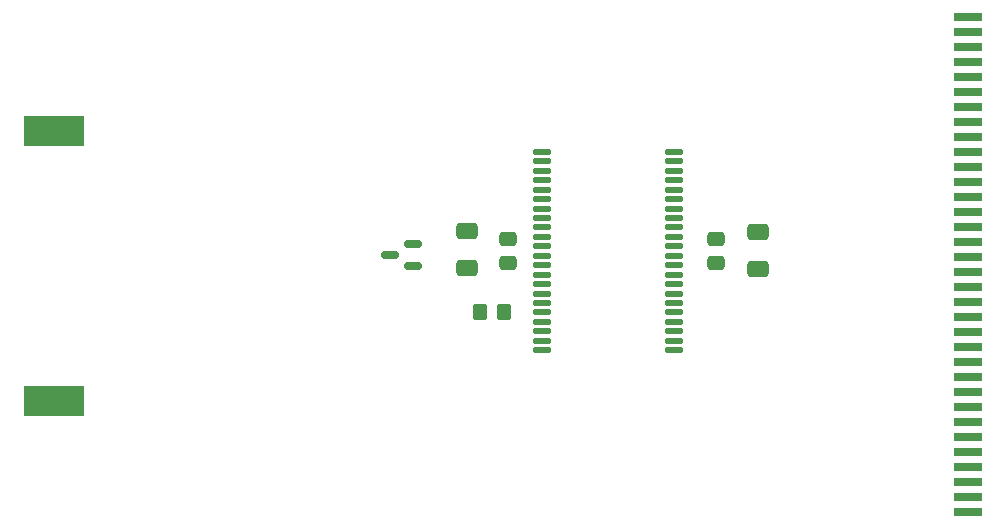
<source format=gbr>
%TF.GenerationSoftware,KiCad,Pcbnew,(6.0.4-0)*%
%TF.CreationDate,2023-12-10T22:35:43+01:00*%
%TF.ProjectId,pcmcia-sram,70636d63-6961-42d7-9372-616d2e6b6963,rev?*%
%TF.SameCoordinates,Original*%
%TF.FileFunction,Paste,Top*%
%TF.FilePolarity,Positive*%
%FSLAX46Y46*%
G04 Gerber Fmt 4.6, Leading zero omitted, Abs format (unit mm)*
G04 Created by KiCad (PCBNEW (6.0.4-0)) date 2023-12-10 22:35:43*
%MOMM*%
%LPD*%
G01*
G04 APERTURE LIST*
G04 Aperture macros list*
%AMRoundRect*
0 Rectangle with rounded corners*
0 $1 Rounding radius*
0 $2 $3 $4 $5 $6 $7 $8 $9 X,Y pos of 4 corners*
0 Add a 4 corners polygon primitive as box body*
4,1,4,$2,$3,$4,$5,$6,$7,$8,$9,$2,$3,0*
0 Add four circle primitives for the rounded corners*
1,1,$1+$1,$2,$3*
1,1,$1+$1,$4,$5*
1,1,$1+$1,$6,$7*
1,1,$1+$1,$8,$9*
0 Add four rect primitives between the rounded corners*
20,1,$1+$1,$2,$3,$4,$5,0*
20,1,$1+$1,$4,$5,$6,$7,0*
20,1,$1+$1,$6,$7,$8,$9,0*
20,1,$1+$1,$8,$9,$2,$3,0*%
G04 Aperture macros list end*
%ADD10RoundRect,0.250000X0.350000X0.450000X-0.350000X0.450000X-0.350000X-0.450000X0.350000X-0.450000X0*%
%ADD11R,5.100000X2.500000*%
%ADD12RoundRect,0.137500X0.625000X0.137500X-0.625000X0.137500X-0.625000X-0.137500X0.625000X-0.137500X0*%
%ADD13RoundRect,0.250000X0.650000X-0.412500X0.650000X0.412500X-0.650000X0.412500X-0.650000X-0.412500X0*%
%ADD14RoundRect,0.250000X-0.650000X0.412500X-0.650000X-0.412500X0.650000X-0.412500X0.650000X0.412500X0*%
%ADD15RoundRect,0.150000X0.587500X0.150000X-0.587500X0.150000X-0.587500X-0.150000X0.587500X-0.150000X0*%
%ADD16R,2.400000X0.740000*%
%ADD17RoundRect,0.250000X0.475000X-0.337500X0.475000X0.337500X-0.475000X0.337500X-0.475000X-0.337500X0*%
%ADD18RoundRect,0.250000X-0.475000X0.337500X-0.475000X-0.337500X0.475000X-0.337500X0.475000X0.337500X0*%
G04 APERTURE END LIST*
D10*
%TO.C,R1*%
X212963000Y-92183000D03*
X210963000Y-92183000D03*
%TD*%
D11*
%TO.C,CR2032*%
X174879000Y-99715000D03*
X174879000Y-76815000D03*
%TD*%
D12*
%TO.C,U1*%
X227329500Y-95395000D03*
X227329500Y-94595000D03*
X227329500Y-93795000D03*
X227329500Y-92995000D03*
X227329500Y-92195000D03*
X227329500Y-91395000D03*
X227329500Y-90595000D03*
X227329500Y-89795000D03*
X227329500Y-88995000D03*
X227329500Y-88195000D03*
X227329500Y-87395000D03*
X227329500Y-86595000D03*
X227329500Y-85795000D03*
X227329500Y-84995000D03*
X227329500Y-84195000D03*
X227329500Y-83395000D03*
X227329500Y-82595000D03*
X227329500Y-81795000D03*
X227329500Y-80995000D03*
X227329500Y-80195000D03*
X227329500Y-79395000D03*
X227329500Y-78595000D03*
X216154500Y-78595000D03*
X216154500Y-79395000D03*
X216154500Y-80195000D03*
X216154500Y-80995000D03*
X216154500Y-81795000D03*
X216154500Y-82595000D03*
X216154500Y-83395000D03*
X216154500Y-84195000D03*
X216154500Y-84995000D03*
X216154500Y-85795000D03*
X216154500Y-86595000D03*
X216154500Y-87395000D03*
X216154500Y-88195000D03*
X216154500Y-88995000D03*
X216154500Y-89795000D03*
X216154500Y-90595000D03*
X216154500Y-91395000D03*
X216154500Y-92195000D03*
X216154500Y-92995000D03*
X216154500Y-93795000D03*
X216154500Y-94595000D03*
X216154500Y-95395000D03*
%TD*%
D13*
%TO.C,C4*%
X234489000Y-88538500D03*
X234489000Y-85413500D03*
%TD*%
D14*
%TO.C,C2*%
X209851000Y-85286500D03*
X209851000Y-88411500D03*
%TD*%
D15*
%TO.C,D1*%
X205232000Y-88260000D03*
X205232000Y-86360000D03*
X203357000Y-87310000D03*
%TD*%
D16*
%TO.C,J1*%
X252222000Y-67183000D03*
X252222000Y-68453000D03*
X252222000Y-69723000D03*
X252222000Y-70993000D03*
X252222000Y-72263000D03*
X252222000Y-73533000D03*
X252222000Y-74803000D03*
X252222000Y-76073000D03*
X252222000Y-77343000D03*
X252222000Y-78613000D03*
X252222000Y-79883000D03*
X252222000Y-81153000D03*
X252222000Y-82423000D03*
X252222000Y-83693000D03*
X252222000Y-84963000D03*
X252222000Y-86233000D03*
X252222000Y-87503000D03*
X252222000Y-88773000D03*
X252222000Y-90043000D03*
X252222000Y-91313000D03*
X252222000Y-92583000D03*
X252222000Y-93853000D03*
X252222000Y-95123000D03*
X252222000Y-96393000D03*
X252222000Y-97663000D03*
X252222000Y-98933000D03*
X252222000Y-100203000D03*
X252222000Y-101473000D03*
X252222000Y-102743000D03*
X252222000Y-104013000D03*
X252222000Y-105283000D03*
X252222000Y-106553000D03*
X252222000Y-107823000D03*
X252267000Y-109093000D03*
%TD*%
D17*
%TO.C,C3*%
X230933000Y-88013500D03*
X230933000Y-85938500D03*
%TD*%
D18*
%TO.C,C1*%
X213280000Y-85938500D03*
X213280000Y-88013500D03*
%TD*%
M02*

</source>
